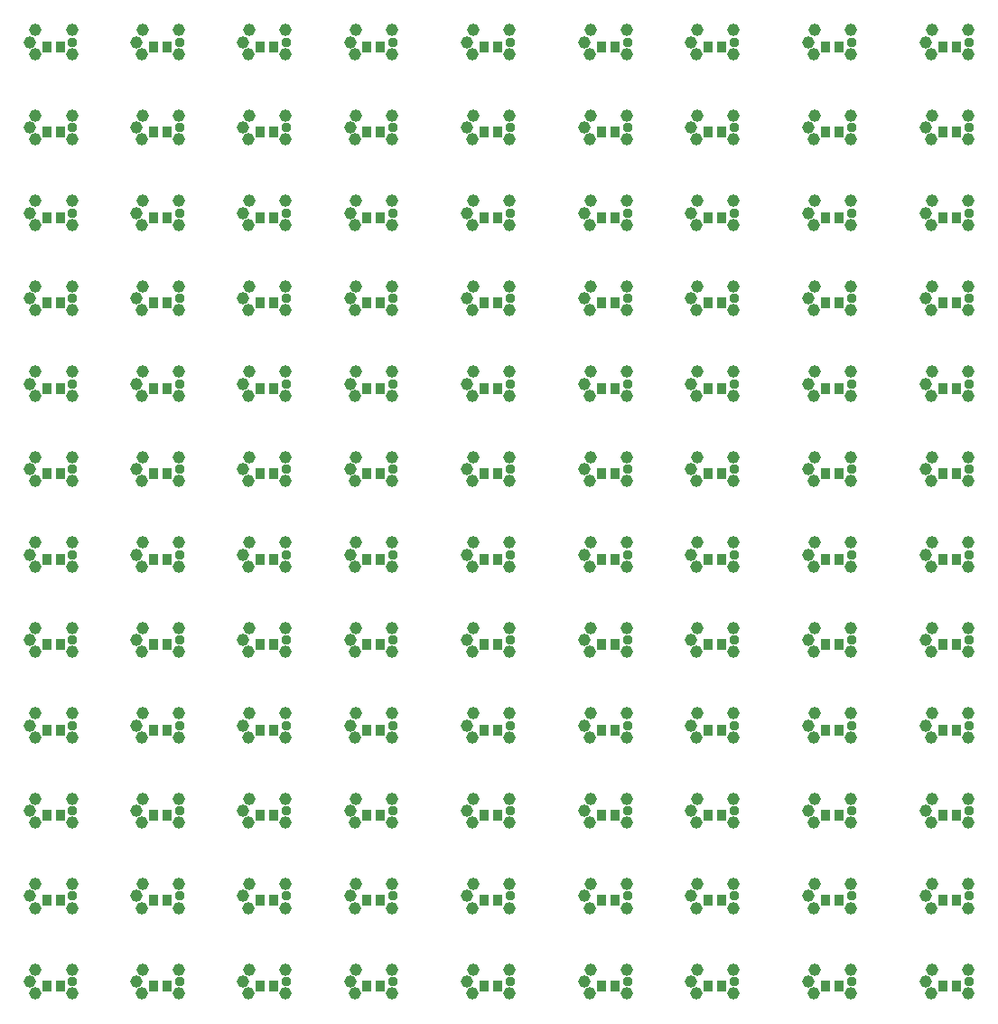
<source format=gbs>
G75*
%MOIN*%
%OFA0B0*%
%FSLAX25Y25*%
%IPPOS*%
%LPD*%
%AMOC8*
5,1,8,0,0,1.08239X$1,22.5*
%
%ADD10C,0.04572*%
%ADD11R,0.03556X0.04343*%
%ADD12C,0.03778*%
D10*
X0024135Y0024076D03*
X0022166Y0028465D03*
X0024253Y0032914D03*
X0037717Y0032914D03*
X0037757Y0024095D03*
X0061536Y0028465D03*
X0063505Y0024076D03*
X0063623Y0032914D03*
X0077087Y0032914D03*
X0077127Y0024095D03*
X0100906Y0028465D03*
X0102875Y0024076D03*
X0102993Y0032914D03*
X0116457Y0032914D03*
X0116497Y0024095D03*
X0140276Y0028465D03*
X0142245Y0024076D03*
X0142363Y0032914D03*
X0155828Y0032914D03*
X0155867Y0024095D03*
X0183583Y0028465D03*
X0185552Y0024076D03*
X0185670Y0032914D03*
X0199135Y0032914D03*
X0199174Y0024095D03*
X0226891Y0028465D03*
X0228859Y0024076D03*
X0228977Y0032914D03*
X0242442Y0032914D03*
X0242481Y0024095D03*
X0266261Y0028465D03*
X0268229Y0024076D03*
X0268347Y0032914D03*
X0281812Y0032914D03*
X0281851Y0024095D03*
X0309568Y0028465D03*
X0311536Y0024076D03*
X0311654Y0032914D03*
X0325119Y0032914D03*
X0325158Y0024095D03*
X0352875Y0028465D03*
X0354843Y0024076D03*
X0354961Y0032914D03*
X0368426Y0032914D03*
X0368465Y0024095D03*
X0368465Y0055591D03*
X0368426Y0064410D03*
X0354961Y0064410D03*
X0352875Y0059961D03*
X0354843Y0055572D03*
X0325158Y0055591D03*
X0325119Y0064410D03*
X0311654Y0064410D03*
X0309568Y0059961D03*
X0311536Y0055572D03*
X0281851Y0055591D03*
X0281812Y0064410D03*
X0268347Y0064410D03*
X0266261Y0059961D03*
X0268229Y0055572D03*
X0242481Y0055591D03*
X0242442Y0064410D03*
X0228977Y0064410D03*
X0226891Y0059961D03*
X0228859Y0055572D03*
X0199174Y0055591D03*
X0199135Y0064410D03*
X0185670Y0064410D03*
X0183583Y0059961D03*
X0185552Y0055572D03*
X0155867Y0055591D03*
X0155828Y0064410D03*
X0142363Y0064410D03*
X0140276Y0059961D03*
X0142245Y0055572D03*
X0116497Y0055591D03*
X0116457Y0064410D03*
X0102993Y0064410D03*
X0100906Y0059961D03*
X0102875Y0055572D03*
X0077127Y0055591D03*
X0077087Y0064410D03*
X0063623Y0064410D03*
X0061536Y0059961D03*
X0063505Y0055572D03*
X0037757Y0055591D03*
X0037717Y0064410D03*
X0024253Y0064410D03*
X0022166Y0059961D03*
X0024135Y0055572D03*
X0024135Y0087068D03*
X0022166Y0091457D03*
X0024253Y0095906D03*
X0037717Y0095906D03*
X0037757Y0087087D03*
X0061536Y0091457D03*
X0063623Y0095906D03*
X0063505Y0087068D03*
X0077127Y0087087D03*
X0077087Y0095906D03*
X0077127Y0118583D03*
X0077087Y0127402D03*
X0063623Y0127402D03*
X0061536Y0122954D03*
X0063505Y0118564D03*
X0037757Y0118583D03*
X0037717Y0127402D03*
X0024253Y0127402D03*
X0022166Y0122954D03*
X0024135Y0118564D03*
X0024135Y0150060D03*
X0022166Y0154450D03*
X0024253Y0158898D03*
X0037717Y0158898D03*
X0037757Y0150080D03*
X0061536Y0154450D03*
X0063505Y0150060D03*
X0063623Y0158898D03*
X0077087Y0158898D03*
X0077127Y0150080D03*
X0100906Y0154450D03*
X0102875Y0150060D03*
X0102993Y0158898D03*
X0116457Y0158898D03*
X0116497Y0150080D03*
X0116457Y0127402D03*
X0116497Y0118583D03*
X0102875Y0118564D03*
X0100906Y0122954D03*
X0102993Y0127402D03*
X0102993Y0095906D03*
X0100906Y0091457D03*
X0102875Y0087068D03*
X0116497Y0087087D03*
X0116457Y0095906D03*
X0140276Y0091457D03*
X0142363Y0095906D03*
X0142245Y0087068D03*
X0155867Y0087087D03*
X0155828Y0095906D03*
X0155867Y0118583D03*
X0155828Y0127402D03*
X0142363Y0127402D03*
X0140276Y0122954D03*
X0142245Y0118564D03*
X0142245Y0150060D03*
X0140276Y0154450D03*
X0142363Y0158898D03*
X0155828Y0158898D03*
X0155867Y0150080D03*
X0183583Y0154450D03*
X0185552Y0150060D03*
X0185670Y0158898D03*
X0199135Y0158898D03*
X0199174Y0150080D03*
X0199135Y0127402D03*
X0199174Y0118583D03*
X0185552Y0118564D03*
X0183583Y0122954D03*
X0185670Y0127402D03*
X0185670Y0095906D03*
X0183583Y0091457D03*
X0185552Y0087068D03*
X0199174Y0087087D03*
X0199135Y0095906D03*
X0226891Y0091457D03*
X0228977Y0095906D03*
X0228859Y0087068D03*
X0242481Y0087087D03*
X0242442Y0095906D03*
X0242481Y0118583D03*
X0242442Y0127402D03*
X0228977Y0127402D03*
X0226891Y0122954D03*
X0228859Y0118564D03*
X0228859Y0150060D03*
X0226891Y0154450D03*
X0228977Y0158898D03*
X0242442Y0158898D03*
X0242481Y0150080D03*
X0266261Y0154450D03*
X0268229Y0150060D03*
X0268347Y0158898D03*
X0281812Y0158898D03*
X0281851Y0150080D03*
X0281812Y0127402D03*
X0281851Y0118583D03*
X0268229Y0118564D03*
X0266261Y0122954D03*
X0268347Y0127402D03*
X0268347Y0095906D03*
X0266261Y0091457D03*
X0268229Y0087068D03*
X0281851Y0087087D03*
X0281812Y0095906D03*
X0309568Y0091457D03*
X0311654Y0095906D03*
X0311536Y0087068D03*
X0325158Y0087087D03*
X0325119Y0095906D03*
X0325158Y0118583D03*
X0325119Y0127402D03*
X0311654Y0127402D03*
X0309568Y0122954D03*
X0311536Y0118564D03*
X0311536Y0150060D03*
X0309568Y0154450D03*
X0311654Y0158898D03*
X0325119Y0158898D03*
X0325158Y0150080D03*
X0352875Y0154450D03*
X0354843Y0150060D03*
X0354961Y0158898D03*
X0368426Y0158898D03*
X0368465Y0150080D03*
X0368426Y0127402D03*
X0368465Y0118583D03*
X0354843Y0118564D03*
X0352875Y0122954D03*
X0354961Y0127402D03*
X0354961Y0095906D03*
X0352875Y0091457D03*
X0354843Y0087068D03*
X0368465Y0087087D03*
X0368426Y0095906D03*
X0368465Y0181576D03*
X0368426Y0190394D03*
X0354961Y0190394D03*
X0352875Y0185946D03*
X0354843Y0181556D03*
X0325158Y0181576D03*
X0325119Y0190394D03*
X0311654Y0190394D03*
X0309568Y0185946D03*
X0311536Y0181556D03*
X0281851Y0181576D03*
X0281812Y0190394D03*
X0268347Y0190394D03*
X0266261Y0185946D03*
X0268229Y0181556D03*
X0242481Y0181576D03*
X0242442Y0190394D03*
X0228977Y0190394D03*
X0226891Y0185946D03*
X0228859Y0181556D03*
X0199174Y0181576D03*
X0199135Y0190394D03*
X0185670Y0190394D03*
X0183583Y0185946D03*
X0185552Y0181556D03*
X0155867Y0181576D03*
X0155828Y0190394D03*
X0142363Y0190394D03*
X0140276Y0185946D03*
X0142245Y0181556D03*
X0116497Y0181576D03*
X0116457Y0190394D03*
X0102993Y0190394D03*
X0100906Y0185946D03*
X0102875Y0181556D03*
X0077127Y0181576D03*
X0077087Y0190394D03*
X0063623Y0190394D03*
X0061536Y0185946D03*
X0063505Y0181556D03*
X0037757Y0181576D03*
X0037717Y0190394D03*
X0024253Y0190394D03*
X0022166Y0185946D03*
X0024135Y0181556D03*
X0024135Y0213052D03*
X0022166Y0217442D03*
X0024253Y0221891D03*
X0037717Y0221891D03*
X0037757Y0213072D03*
X0061536Y0217442D03*
X0063505Y0213052D03*
X0063623Y0221891D03*
X0077087Y0221891D03*
X0077127Y0213072D03*
X0100906Y0217442D03*
X0102875Y0213052D03*
X0102993Y0221891D03*
X0116457Y0221891D03*
X0116497Y0213072D03*
X0140276Y0217442D03*
X0142245Y0213052D03*
X0142363Y0221891D03*
X0155828Y0221891D03*
X0155867Y0213072D03*
X0183583Y0217442D03*
X0185552Y0213052D03*
X0185670Y0221891D03*
X0199135Y0221891D03*
X0199174Y0213072D03*
X0226891Y0217442D03*
X0228859Y0213052D03*
X0228977Y0221891D03*
X0242442Y0221891D03*
X0242481Y0213072D03*
X0266261Y0217442D03*
X0268229Y0213052D03*
X0268347Y0221891D03*
X0281812Y0221891D03*
X0281851Y0213072D03*
X0309568Y0217442D03*
X0311536Y0213052D03*
X0311654Y0221891D03*
X0325119Y0221891D03*
X0325158Y0213072D03*
X0352875Y0217442D03*
X0354843Y0213052D03*
X0354961Y0221891D03*
X0368426Y0221891D03*
X0368465Y0213072D03*
X0368465Y0244568D03*
X0368426Y0253387D03*
X0354961Y0253387D03*
X0352875Y0248938D03*
X0354843Y0244548D03*
X0325158Y0244568D03*
X0325119Y0253387D03*
X0311654Y0253387D03*
X0309568Y0248938D03*
X0311536Y0244548D03*
X0281851Y0244568D03*
X0281812Y0253387D03*
X0268347Y0253387D03*
X0266261Y0248938D03*
X0268229Y0244548D03*
X0242481Y0244568D03*
X0242442Y0253387D03*
X0228977Y0253387D03*
X0226891Y0248938D03*
X0228859Y0244548D03*
X0199174Y0244568D03*
X0199135Y0253387D03*
X0185670Y0253387D03*
X0183583Y0248938D03*
X0185552Y0244548D03*
X0155867Y0244568D03*
X0155828Y0253387D03*
X0142363Y0253387D03*
X0140276Y0248938D03*
X0142245Y0244548D03*
X0116497Y0244568D03*
X0116457Y0253387D03*
X0102993Y0253387D03*
X0100906Y0248938D03*
X0102875Y0244548D03*
X0077127Y0244568D03*
X0077087Y0253387D03*
X0063623Y0253387D03*
X0061536Y0248938D03*
X0063505Y0244548D03*
X0037757Y0244568D03*
X0037717Y0253387D03*
X0024253Y0253387D03*
X0022166Y0248938D03*
X0024135Y0244548D03*
X0024135Y0276044D03*
X0022166Y0280434D03*
X0024253Y0284883D03*
X0037717Y0284883D03*
X0037757Y0276064D03*
X0061536Y0280434D03*
X0063505Y0276044D03*
X0063623Y0284883D03*
X0077087Y0284883D03*
X0077127Y0276064D03*
X0100906Y0280434D03*
X0102875Y0276044D03*
X0102993Y0284883D03*
X0116457Y0284883D03*
X0116497Y0276064D03*
X0140276Y0280434D03*
X0142245Y0276044D03*
X0142363Y0284883D03*
X0155828Y0284883D03*
X0155867Y0276064D03*
X0183583Y0280434D03*
X0185552Y0276044D03*
X0185670Y0284883D03*
X0199135Y0284883D03*
X0199174Y0276064D03*
X0226891Y0280434D03*
X0228859Y0276044D03*
X0228977Y0284883D03*
X0242442Y0284883D03*
X0242481Y0276064D03*
X0266261Y0280434D03*
X0268229Y0276044D03*
X0268347Y0284883D03*
X0281812Y0284883D03*
X0281851Y0276064D03*
X0309568Y0280434D03*
X0311536Y0276044D03*
X0311654Y0284883D03*
X0325119Y0284883D03*
X0325158Y0276064D03*
X0352875Y0280434D03*
X0354843Y0276044D03*
X0354961Y0284883D03*
X0368426Y0284883D03*
X0368465Y0276064D03*
X0368465Y0307560D03*
X0368426Y0316379D03*
X0354961Y0316379D03*
X0352875Y0311930D03*
X0354843Y0307540D03*
X0325158Y0307560D03*
X0325119Y0316379D03*
X0311654Y0316379D03*
X0309568Y0311930D03*
X0311536Y0307540D03*
X0281851Y0307560D03*
X0281812Y0316379D03*
X0268347Y0316379D03*
X0266261Y0311930D03*
X0268229Y0307540D03*
X0242481Y0307560D03*
X0242442Y0316379D03*
X0228977Y0316379D03*
X0226891Y0311930D03*
X0228859Y0307540D03*
X0199174Y0307560D03*
X0199135Y0316379D03*
X0185670Y0316379D03*
X0183583Y0311930D03*
X0185552Y0307540D03*
X0155867Y0307560D03*
X0155828Y0316379D03*
X0142363Y0316379D03*
X0140276Y0311930D03*
X0142245Y0307540D03*
X0116497Y0307560D03*
X0116457Y0316379D03*
X0102993Y0316379D03*
X0100906Y0311930D03*
X0102875Y0307540D03*
X0077127Y0307560D03*
X0077087Y0316379D03*
X0063623Y0316379D03*
X0061536Y0311930D03*
X0063505Y0307540D03*
X0037757Y0307560D03*
X0037717Y0316379D03*
X0024253Y0316379D03*
X0022166Y0311930D03*
X0024135Y0307540D03*
X0024135Y0339036D03*
X0022166Y0343426D03*
X0024253Y0347875D03*
X0037717Y0347875D03*
X0037757Y0339056D03*
X0061536Y0343426D03*
X0063505Y0339036D03*
X0063623Y0347875D03*
X0077087Y0347875D03*
X0077127Y0339056D03*
X0100906Y0343426D03*
X0102875Y0339036D03*
X0102993Y0347875D03*
X0116457Y0347875D03*
X0116497Y0339056D03*
X0140276Y0343426D03*
X0142245Y0339036D03*
X0142363Y0347875D03*
X0155828Y0347875D03*
X0155867Y0339056D03*
X0183583Y0343426D03*
X0185552Y0339036D03*
X0185670Y0347875D03*
X0199135Y0347875D03*
X0199174Y0339056D03*
X0226891Y0343426D03*
X0228859Y0339036D03*
X0228977Y0347875D03*
X0242442Y0347875D03*
X0242481Y0339056D03*
X0266261Y0343426D03*
X0268229Y0339036D03*
X0268347Y0347875D03*
X0281812Y0347875D03*
X0281851Y0339056D03*
X0309568Y0343426D03*
X0311536Y0339036D03*
X0311654Y0347875D03*
X0325119Y0347875D03*
X0325158Y0339056D03*
X0352875Y0343426D03*
X0354843Y0339036D03*
X0354961Y0347875D03*
X0368426Y0347875D03*
X0368465Y0339056D03*
X0368465Y0370552D03*
X0368426Y0379371D03*
X0354961Y0379371D03*
X0352875Y0374922D03*
X0354843Y0370532D03*
X0325158Y0370552D03*
X0325119Y0379371D03*
X0311654Y0379371D03*
X0309568Y0374922D03*
X0311536Y0370532D03*
X0281851Y0370552D03*
X0281812Y0379371D03*
X0268347Y0379371D03*
X0266261Y0374922D03*
X0268229Y0370532D03*
X0242481Y0370552D03*
X0242442Y0379371D03*
X0228977Y0379371D03*
X0226891Y0374922D03*
X0228859Y0370532D03*
X0199174Y0370552D03*
X0199135Y0379371D03*
X0185670Y0379371D03*
X0183583Y0374922D03*
X0185552Y0370532D03*
X0155867Y0370552D03*
X0155828Y0379371D03*
X0142363Y0379371D03*
X0140276Y0374922D03*
X0142245Y0370532D03*
X0116497Y0370552D03*
X0116457Y0379371D03*
X0102993Y0379371D03*
X0100906Y0374922D03*
X0102875Y0370532D03*
X0077127Y0370552D03*
X0077087Y0379371D03*
X0063623Y0379371D03*
X0061536Y0374922D03*
X0063505Y0370532D03*
X0037757Y0370552D03*
X0037717Y0379371D03*
X0024253Y0379371D03*
X0022166Y0374922D03*
X0024135Y0370532D03*
D11*
X0028297Y0373257D03*
X0033415Y0373257D03*
X0033415Y0341761D03*
X0028297Y0341761D03*
X0028297Y0310265D03*
X0033415Y0310265D03*
X0033415Y0278769D03*
X0028297Y0278769D03*
X0028297Y0247273D03*
X0033415Y0247273D03*
X0033415Y0215777D03*
X0028297Y0215777D03*
X0028297Y0184281D03*
X0033415Y0184281D03*
X0033415Y0152785D03*
X0028297Y0152785D03*
X0028297Y0121289D03*
X0033415Y0121289D03*
X0033415Y0089792D03*
X0028297Y0089792D03*
X0028297Y0058296D03*
X0033415Y0058296D03*
X0033415Y0026800D03*
X0028297Y0026800D03*
X0067667Y0026800D03*
X0072785Y0026800D03*
X0072785Y0058296D03*
X0067667Y0058296D03*
X0067667Y0089792D03*
X0072785Y0089792D03*
X0072785Y0121289D03*
X0067667Y0121289D03*
X0067667Y0152785D03*
X0072785Y0152785D03*
X0072785Y0184281D03*
X0067667Y0184281D03*
X0067667Y0215777D03*
X0072785Y0215777D03*
X0072785Y0247273D03*
X0067667Y0247273D03*
X0067667Y0278769D03*
X0072785Y0278769D03*
X0072785Y0310265D03*
X0067667Y0310265D03*
X0067667Y0341761D03*
X0072785Y0341761D03*
X0072785Y0373257D03*
X0067667Y0373257D03*
X0107037Y0373257D03*
X0112155Y0373257D03*
X0112155Y0341761D03*
X0107037Y0341761D03*
X0107037Y0310265D03*
X0112155Y0310265D03*
X0112155Y0278769D03*
X0107037Y0278769D03*
X0107037Y0247273D03*
X0112155Y0247273D03*
X0112155Y0215777D03*
X0107037Y0215777D03*
X0107037Y0184281D03*
X0112155Y0184281D03*
X0112155Y0152785D03*
X0107037Y0152785D03*
X0107037Y0121289D03*
X0112155Y0121289D03*
X0112155Y0089792D03*
X0107037Y0089792D03*
X0107037Y0058296D03*
X0112155Y0058296D03*
X0112155Y0026800D03*
X0107037Y0026800D03*
X0146407Y0026800D03*
X0151525Y0026800D03*
X0151525Y0058296D03*
X0146407Y0058296D03*
X0146407Y0089792D03*
X0151525Y0089792D03*
X0151525Y0121289D03*
X0146407Y0121289D03*
X0146407Y0152785D03*
X0151525Y0152785D03*
X0151525Y0184281D03*
X0146407Y0184281D03*
X0146407Y0215777D03*
X0151525Y0215777D03*
X0151525Y0247273D03*
X0146407Y0247273D03*
X0146407Y0278769D03*
X0151525Y0278769D03*
X0151525Y0310265D03*
X0146407Y0310265D03*
X0146407Y0341761D03*
X0151525Y0341761D03*
X0151525Y0373257D03*
X0146407Y0373257D03*
X0189714Y0373257D03*
X0194832Y0373257D03*
X0194832Y0341761D03*
X0189714Y0341761D03*
X0189714Y0310265D03*
X0194832Y0310265D03*
X0194832Y0278769D03*
X0189714Y0278769D03*
X0189714Y0247273D03*
X0194832Y0247273D03*
X0194832Y0215777D03*
X0189714Y0215777D03*
X0189714Y0184281D03*
X0194832Y0184281D03*
X0194832Y0152785D03*
X0189714Y0152785D03*
X0189714Y0121289D03*
X0194832Y0121289D03*
X0194832Y0089792D03*
X0189714Y0089792D03*
X0189714Y0058296D03*
X0194832Y0058296D03*
X0194832Y0026800D03*
X0189714Y0026800D03*
X0233021Y0026800D03*
X0238139Y0026800D03*
X0238139Y0058296D03*
X0233021Y0058296D03*
X0233021Y0089792D03*
X0238139Y0089792D03*
X0238139Y0121289D03*
X0233021Y0121289D03*
X0233021Y0152785D03*
X0238139Y0152785D03*
X0238139Y0184281D03*
X0233021Y0184281D03*
X0233021Y0215777D03*
X0238139Y0215777D03*
X0238139Y0247273D03*
X0233021Y0247273D03*
X0233021Y0278769D03*
X0238139Y0278769D03*
X0238139Y0310265D03*
X0233021Y0310265D03*
X0233021Y0341761D03*
X0238139Y0341761D03*
X0238139Y0373257D03*
X0233021Y0373257D03*
X0272391Y0373257D03*
X0277509Y0373257D03*
X0277509Y0341761D03*
X0272391Y0341761D03*
X0272391Y0310265D03*
X0277509Y0310265D03*
X0277509Y0278769D03*
X0272391Y0278769D03*
X0272391Y0247273D03*
X0277509Y0247273D03*
X0277509Y0215777D03*
X0272391Y0215777D03*
X0272391Y0184281D03*
X0277509Y0184281D03*
X0277509Y0152785D03*
X0272391Y0152785D03*
X0272391Y0121289D03*
X0277509Y0121289D03*
X0277509Y0089792D03*
X0272391Y0089792D03*
X0272391Y0058296D03*
X0277509Y0058296D03*
X0277509Y0026800D03*
X0272391Y0026800D03*
X0315698Y0026800D03*
X0320816Y0026800D03*
X0320816Y0058296D03*
X0315698Y0058296D03*
X0315698Y0089792D03*
X0320816Y0089792D03*
X0320816Y0121289D03*
X0315698Y0121289D03*
X0315698Y0152785D03*
X0320816Y0152785D03*
X0320816Y0184281D03*
X0315698Y0184281D03*
X0315698Y0215777D03*
X0320816Y0215777D03*
X0320816Y0247273D03*
X0315698Y0247273D03*
X0315698Y0278769D03*
X0320816Y0278769D03*
X0320816Y0310265D03*
X0315698Y0310265D03*
X0315698Y0341761D03*
X0320816Y0341761D03*
X0320816Y0373257D03*
X0315698Y0373257D03*
X0359005Y0373257D03*
X0364123Y0373257D03*
X0364123Y0341761D03*
X0359005Y0341761D03*
X0359005Y0310265D03*
X0364123Y0310265D03*
X0364123Y0278769D03*
X0359005Y0278769D03*
X0359005Y0247273D03*
X0364123Y0247273D03*
X0364123Y0215777D03*
X0359005Y0215777D03*
X0359005Y0184281D03*
X0364123Y0184281D03*
X0364123Y0152785D03*
X0359005Y0152785D03*
X0359005Y0121289D03*
X0364123Y0121289D03*
X0364123Y0089792D03*
X0359005Y0089792D03*
X0359005Y0058296D03*
X0364123Y0058296D03*
X0364123Y0026800D03*
X0359005Y0026800D03*
D12*
X0368623Y0028465D03*
X0368623Y0059961D03*
X0368623Y0091457D03*
X0368623Y0122954D03*
X0368623Y0154450D03*
X0368623Y0185946D03*
X0368623Y0217442D03*
X0368623Y0248938D03*
X0368623Y0280434D03*
X0368623Y0311930D03*
X0368623Y0343426D03*
X0368623Y0374922D03*
X0325316Y0374922D03*
X0325316Y0343426D03*
X0325316Y0311930D03*
X0325316Y0280434D03*
X0325316Y0248938D03*
X0325316Y0217442D03*
X0325316Y0185946D03*
X0325316Y0154450D03*
X0325316Y0122954D03*
X0325316Y0091457D03*
X0325316Y0059961D03*
X0325316Y0028465D03*
X0282009Y0028465D03*
X0282009Y0059961D03*
X0282009Y0091457D03*
X0282009Y0122954D03*
X0282009Y0154450D03*
X0282009Y0185946D03*
X0282009Y0217442D03*
X0282009Y0248938D03*
X0282009Y0280434D03*
X0282009Y0311930D03*
X0282009Y0343426D03*
X0282009Y0374922D03*
X0242639Y0374922D03*
X0242639Y0343426D03*
X0242639Y0311930D03*
X0242639Y0280434D03*
X0242639Y0248938D03*
X0242639Y0217442D03*
X0242639Y0185946D03*
X0242639Y0154450D03*
X0242639Y0122954D03*
X0242639Y0091457D03*
X0242639Y0059961D03*
X0242639Y0028465D03*
X0199331Y0028465D03*
X0199331Y0059961D03*
X0199331Y0091457D03*
X0199331Y0122954D03*
X0199331Y0154450D03*
X0199331Y0185946D03*
X0199331Y0217442D03*
X0199331Y0248938D03*
X0199331Y0280434D03*
X0199331Y0311930D03*
X0199331Y0343426D03*
X0199331Y0374922D03*
X0156024Y0374922D03*
X0156024Y0343426D03*
X0156024Y0311930D03*
X0156024Y0280434D03*
X0156024Y0248938D03*
X0156024Y0217442D03*
X0156024Y0185946D03*
X0156024Y0154450D03*
X0156024Y0122954D03*
X0156024Y0091457D03*
X0156024Y0059961D03*
X0156024Y0028465D03*
X0116654Y0028465D03*
X0116654Y0059961D03*
X0116654Y0091457D03*
X0116654Y0122954D03*
X0116654Y0154450D03*
X0116654Y0185946D03*
X0116654Y0217442D03*
X0116654Y0248938D03*
X0116654Y0280434D03*
X0116654Y0311930D03*
X0116654Y0343426D03*
X0116654Y0374922D03*
X0077284Y0374922D03*
X0077284Y0343426D03*
X0077284Y0311930D03*
X0077284Y0280434D03*
X0077284Y0248938D03*
X0077284Y0217442D03*
X0077284Y0185946D03*
X0077284Y0154450D03*
X0077284Y0122954D03*
X0077284Y0091457D03*
X0077284Y0059961D03*
X0077284Y0028465D03*
X0037914Y0028465D03*
X0037914Y0059961D03*
X0037914Y0091457D03*
X0037914Y0122954D03*
X0037914Y0154450D03*
X0037914Y0185946D03*
X0037914Y0217442D03*
X0037914Y0248938D03*
X0037914Y0280434D03*
X0037914Y0311930D03*
X0037914Y0343426D03*
X0037914Y0374922D03*
M02*

</source>
